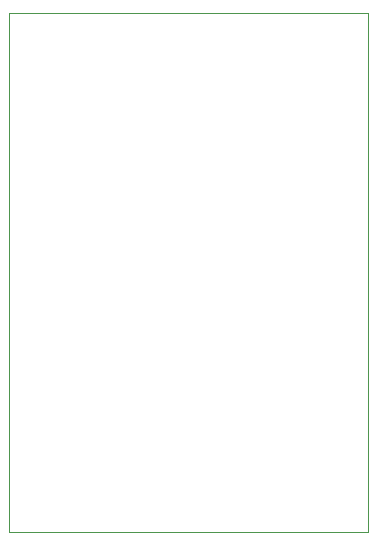
<source format=gbr>
%TF.GenerationSoftware,KiCad,Pcbnew,9.0.2-9.0.2-0~ubuntu22.04.1*%
%TF.CreationDate,2025-06-23T10:34:33-07:00*%
%TF.ProjectId,ds1486,64733134-3836-42e6-9b69-6361645f7063,rev?*%
%TF.SameCoordinates,Original*%
%TF.FileFunction,Profile,NP*%
%FSLAX46Y46*%
G04 Gerber Fmt 4.6, Leading zero omitted, Abs format (unit mm)*
G04 Created by KiCad (PCBNEW 9.0.2-9.0.2-0~ubuntu22.04.1) date 2025-06-23 10:34:33*
%MOMM*%
%LPD*%
G01*
G04 APERTURE LIST*
%TA.AperFunction,Profile*%
%ADD10C,0.050000*%
%TD*%
G04 APERTURE END LIST*
D10*
X104100000Y-60350000D02*
X134500000Y-60350000D01*
X134500000Y-104300000D01*
X104100000Y-104300000D01*
X104100000Y-60350000D01*
M02*

</source>
